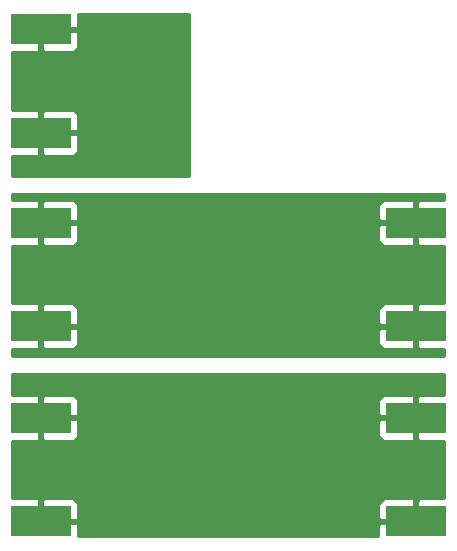
<source format=gbr>
G04 #@! TF.GenerationSoftware,KiCad,Pcbnew,(2017-05-02 revision e4d2924ee)-makepkg*
G04 #@! TF.CreationDate,2017-08-14T20:40:29-05:00*
G04 #@! TF.ProjectId,MiscRf,4D69736352662E6B696361645F706362,rev?*
G04 #@! TF.FileFunction,Copper,L2,Bot,Signal*
G04 #@! TF.FilePolarity,Positive*
%FSLAX46Y46*%
G04 Gerber Fmt 4.6, Leading zero omitted, Abs format (unit mm)*
G04 Created by KiCad (PCBNEW (2017-05-02 revision e4d2924ee)-makepkg) date 08/14/17 20:40:29*
%MOMM*%
%LPD*%
G01*
G04 APERTURE LIST*
%ADD10C,0.100000*%
%ADD11R,5.080000X2.616200*%
%ADD12C,0.800000*%
%ADD13C,0.203200*%
%ADD14C,0.254000*%
G04 APERTURE END LIST*
D10*
D11*
X161290000Y-61595000D03*
X161290000Y-52832000D03*
X161290000Y-69215000D03*
X161290000Y-77978000D03*
X193040000Y-77978000D03*
X193040000Y-69215000D03*
X161290000Y-85725000D03*
X161290000Y-94488000D03*
X193040000Y-94488000D03*
X193040000Y-85725000D03*
D12*
X160020000Y-92075000D03*
X162560000Y-92075000D03*
X165100000Y-92075000D03*
X167005000Y-94615000D03*
X169545000Y-93345000D03*
X172085000Y-92075000D03*
X174625000Y-92075000D03*
X177165000Y-92075000D03*
X179705000Y-92075000D03*
X182245000Y-92075000D03*
X184785000Y-92075000D03*
X188595000Y-92075000D03*
X191135000Y-92075000D03*
X193675000Y-92075000D03*
X193675000Y-88265000D03*
X191135000Y-88265000D03*
X188595000Y-88265000D03*
X187960000Y-85725000D03*
X184785000Y-86995000D03*
X182880000Y-88265000D03*
X180340000Y-88265000D03*
X177165000Y-87630000D03*
X174625000Y-87630000D03*
X172085000Y-88265000D03*
X169545000Y-88265000D03*
X167005000Y-88265000D03*
X164465000Y-88265000D03*
X161925000Y-88265000D03*
X159385000Y-88265000D03*
X173482000Y-58928000D03*
X170942000Y-58928000D03*
X168148000Y-60706000D03*
X165608000Y-59436000D03*
X163068000Y-59436000D03*
X161290000Y-59436000D03*
X173355000Y-55245000D03*
X170815000Y-55245000D03*
X168275000Y-55245000D03*
X165735000Y-55245000D03*
X163195000Y-55245000D03*
X161290000Y-55245000D03*
X165735000Y-75565000D03*
X163195000Y-75565000D03*
X161290000Y-75565000D03*
X194310000Y-71755000D03*
X191770000Y-71755000D03*
X188595000Y-71755000D03*
X194310000Y-75565000D03*
X191770000Y-75565000D03*
X188595000Y-75565000D03*
X186055000Y-75565000D03*
X183515000Y-75565000D03*
X180975000Y-75565000D03*
X183515000Y-71755000D03*
X180975000Y-71755000D03*
X161290000Y-71755000D03*
X163195000Y-71755000D03*
X165735000Y-71755000D03*
X167640000Y-71755000D03*
X169545000Y-71755000D03*
X171450000Y-71755000D03*
X173355000Y-71755000D03*
X169545000Y-76835000D03*
X171450000Y-75565000D03*
X173355000Y-75565000D03*
X175260000Y-72009000D03*
X178943000Y-72136000D03*
X179070000Y-75311000D03*
X175260000Y-75438000D03*
X177800000Y-76073000D03*
X176530000Y-76073000D03*
X177800000Y-71247000D03*
X176530000Y-71247000D03*
D13*
X165100000Y-92075000D02*
X162560000Y-92075000D01*
X169545000Y-93345000D02*
X168275000Y-94615000D01*
X168275000Y-94615000D02*
X167005000Y-94615000D01*
X174625000Y-92075000D02*
X172085000Y-92075000D01*
X179705000Y-92075000D02*
X177165000Y-92075000D01*
X184785000Y-92075000D02*
X182245000Y-92075000D01*
X191135000Y-92075000D02*
X188595000Y-92075000D01*
X193040000Y-94488000D02*
X193040000Y-92976700D01*
X193040000Y-92976700D02*
X193675000Y-92341700D01*
X193675000Y-92341700D02*
X193675000Y-92075000D01*
X188595000Y-88265000D02*
X191135000Y-88265000D01*
X184785000Y-86995000D02*
X186055000Y-85725000D01*
X186055000Y-85725000D02*
X187960000Y-85725000D01*
X180340000Y-88265000D02*
X182880000Y-88265000D01*
X174625000Y-87630000D02*
X177165000Y-87630000D01*
X169545000Y-88265000D02*
X172085000Y-88265000D01*
X164465000Y-88265000D02*
X167005000Y-88265000D01*
X159385000Y-88265000D02*
X161925000Y-88265000D01*
X170942000Y-58928000D02*
X173482000Y-58928000D01*
X165608000Y-59436000D02*
X166878000Y-59436000D01*
X166878000Y-59436000D02*
X168148000Y-60706000D01*
X161290000Y-59436000D02*
X163068000Y-59436000D01*
X170815000Y-55245000D02*
X173355000Y-55245000D01*
X165735000Y-55245000D02*
X168275000Y-55245000D01*
X161290000Y-55245000D02*
X163195000Y-55245000D01*
X163195000Y-75565000D02*
X165735000Y-75565000D01*
X161290000Y-71755000D02*
X161290000Y-75565000D01*
X191770000Y-71755000D02*
X194310000Y-71755000D01*
X188595000Y-75565000D02*
X188595000Y-71755000D01*
X188595000Y-75565000D02*
X191770000Y-75565000D01*
X183515000Y-75565000D02*
X186055000Y-75565000D01*
X179070000Y-75311000D02*
X180721000Y-75311000D01*
X180721000Y-75311000D02*
X180975000Y-75565000D01*
X178943000Y-72136000D02*
X180594000Y-72136000D01*
X180594000Y-72136000D02*
X180975000Y-71755000D01*
X163195000Y-71755000D02*
X161290000Y-71755000D01*
X167640000Y-71755000D02*
X165735000Y-71755000D01*
X171450000Y-71755000D02*
X169545000Y-71755000D01*
X175260000Y-72009000D02*
X173609000Y-72009000D01*
X173609000Y-72009000D02*
X173355000Y-71755000D01*
X173355000Y-75565000D02*
X171450000Y-75565000D01*
D14*
G36*
X173863000Y-65278000D02*
X158877000Y-65278000D01*
X158877000Y-63538100D01*
X161004250Y-63538100D01*
X161163000Y-63379350D01*
X161163000Y-61722000D01*
X161417000Y-61722000D01*
X161417000Y-63379350D01*
X161575750Y-63538100D01*
X163956310Y-63538100D01*
X164189699Y-63441427D01*
X164368327Y-63262798D01*
X164465000Y-63029409D01*
X164465000Y-61880750D01*
X164306250Y-61722000D01*
X161417000Y-61722000D01*
X161163000Y-61722000D01*
X161143000Y-61722000D01*
X161143000Y-61468000D01*
X161163000Y-61468000D01*
X161163000Y-59810650D01*
X161417000Y-59810650D01*
X161417000Y-61468000D01*
X164306250Y-61468000D01*
X164465000Y-61309250D01*
X164465000Y-60160591D01*
X164368327Y-59927202D01*
X164189699Y-59748573D01*
X163956310Y-59651900D01*
X161575750Y-59651900D01*
X161417000Y-59810650D01*
X161163000Y-59810650D01*
X161004250Y-59651900D01*
X158877000Y-59651900D01*
X158877000Y-54775100D01*
X161004250Y-54775100D01*
X161163000Y-54616350D01*
X161163000Y-52959000D01*
X161417000Y-52959000D01*
X161417000Y-54616350D01*
X161575750Y-54775100D01*
X163956310Y-54775100D01*
X164189699Y-54678427D01*
X164368327Y-54499798D01*
X164465000Y-54266409D01*
X164465000Y-53117750D01*
X164306250Y-52959000D01*
X161417000Y-52959000D01*
X161163000Y-52959000D01*
X161143000Y-52959000D01*
X161143000Y-52705000D01*
X161163000Y-52705000D01*
X161163000Y-52685000D01*
X161417000Y-52685000D01*
X161417000Y-52705000D01*
X164306250Y-52705000D01*
X164465000Y-52546250D01*
X164465000Y-51562000D01*
X173863000Y-51562000D01*
X173863000Y-65278000D01*
X173863000Y-65278000D01*
G37*
X173863000Y-65278000D02*
X158877000Y-65278000D01*
X158877000Y-63538100D01*
X161004250Y-63538100D01*
X161163000Y-63379350D01*
X161163000Y-61722000D01*
X161417000Y-61722000D01*
X161417000Y-63379350D01*
X161575750Y-63538100D01*
X163956310Y-63538100D01*
X164189699Y-63441427D01*
X164368327Y-63262798D01*
X164465000Y-63029409D01*
X164465000Y-61880750D01*
X164306250Y-61722000D01*
X161417000Y-61722000D01*
X161163000Y-61722000D01*
X161143000Y-61722000D01*
X161143000Y-61468000D01*
X161163000Y-61468000D01*
X161163000Y-59810650D01*
X161417000Y-59810650D01*
X161417000Y-61468000D01*
X164306250Y-61468000D01*
X164465000Y-61309250D01*
X164465000Y-60160591D01*
X164368327Y-59927202D01*
X164189699Y-59748573D01*
X163956310Y-59651900D01*
X161575750Y-59651900D01*
X161417000Y-59810650D01*
X161163000Y-59810650D01*
X161004250Y-59651900D01*
X158877000Y-59651900D01*
X158877000Y-54775100D01*
X161004250Y-54775100D01*
X161163000Y-54616350D01*
X161163000Y-52959000D01*
X161417000Y-52959000D01*
X161417000Y-54616350D01*
X161575750Y-54775100D01*
X163956310Y-54775100D01*
X164189699Y-54678427D01*
X164368327Y-54499798D01*
X164465000Y-54266409D01*
X164465000Y-53117750D01*
X164306250Y-52959000D01*
X161417000Y-52959000D01*
X161163000Y-52959000D01*
X161143000Y-52959000D01*
X161143000Y-52705000D01*
X161163000Y-52705000D01*
X161163000Y-52685000D01*
X161417000Y-52685000D01*
X161417000Y-52705000D01*
X164306250Y-52705000D01*
X164465000Y-52546250D01*
X164465000Y-51562000D01*
X173863000Y-51562000D01*
X173863000Y-65278000D01*
G36*
X195453000Y-67271900D02*
X193325750Y-67271900D01*
X193167000Y-67430650D01*
X193167000Y-69088000D01*
X193187000Y-69088000D01*
X193187000Y-69342000D01*
X193167000Y-69342000D01*
X193167000Y-70999350D01*
X193325750Y-71158100D01*
X195453000Y-71158100D01*
X195453000Y-76034900D01*
X193325750Y-76034900D01*
X193167000Y-76193650D01*
X193167000Y-77851000D01*
X193187000Y-77851000D01*
X193187000Y-78105000D01*
X193167000Y-78105000D01*
X193167000Y-79762350D01*
X193325750Y-79921100D01*
X195453000Y-79921100D01*
X195453000Y-80518000D01*
X158877000Y-80518000D01*
X158877000Y-79921100D01*
X161004250Y-79921100D01*
X161163000Y-79762350D01*
X161163000Y-78105000D01*
X161417000Y-78105000D01*
X161417000Y-79762350D01*
X161575750Y-79921100D01*
X163956310Y-79921100D01*
X164189699Y-79824427D01*
X164368327Y-79645798D01*
X164465000Y-79412409D01*
X164465000Y-78263750D01*
X189865000Y-78263750D01*
X189865000Y-79412409D01*
X189961673Y-79645798D01*
X190140301Y-79824427D01*
X190373690Y-79921100D01*
X192754250Y-79921100D01*
X192913000Y-79762350D01*
X192913000Y-78105000D01*
X190023750Y-78105000D01*
X189865000Y-78263750D01*
X164465000Y-78263750D01*
X164306250Y-78105000D01*
X161417000Y-78105000D01*
X161163000Y-78105000D01*
X161143000Y-78105000D01*
X161143000Y-77851000D01*
X161163000Y-77851000D01*
X161163000Y-76193650D01*
X161417000Y-76193650D01*
X161417000Y-77851000D01*
X164306250Y-77851000D01*
X164465000Y-77692250D01*
X164465000Y-76543591D01*
X189865000Y-76543591D01*
X189865000Y-77692250D01*
X190023750Y-77851000D01*
X192913000Y-77851000D01*
X192913000Y-76193650D01*
X192754250Y-76034900D01*
X190373690Y-76034900D01*
X190140301Y-76131573D01*
X189961673Y-76310202D01*
X189865000Y-76543591D01*
X164465000Y-76543591D01*
X164368327Y-76310202D01*
X164189699Y-76131573D01*
X163956310Y-76034900D01*
X161575750Y-76034900D01*
X161417000Y-76193650D01*
X161163000Y-76193650D01*
X161004250Y-76034900D01*
X158877000Y-76034900D01*
X158877000Y-71158100D01*
X161004250Y-71158100D01*
X161163000Y-70999350D01*
X161163000Y-69342000D01*
X161417000Y-69342000D01*
X161417000Y-70999350D01*
X161575750Y-71158100D01*
X163956310Y-71158100D01*
X164189699Y-71061427D01*
X164368327Y-70882798D01*
X164465000Y-70649409D01*
X164465000Y-69500750D01*
X189865000Y-69500750D01*
X189865000Y-70649409D01*
X189961673Y-70882798D01*
X190140301Y-71061427D01*
X190373690Y-71158100D01*
X192754250Y-71158100D01*
X192913000Y-70999350D01*
X192913000Y-69342000D01*
X190023750Y-69342000D01*
X189865000Y-69500750D01*
X164465000Y-69500750D01*
X164306250Y-69342000D01*
X161417000Y-69342000D01*
X161163000Y-69342000D01*
X161143000Y-69342000D01*
X161143000Y-69088000D01*
X161163000Y-69088000D01*
X161163000Y-67430650D01*
X161417000Y-67430650D01*
X161417000Y-69088000D01*
X164306250Y-69088000D01*
X164465000Y-68929250D01*
X164465000Y-67780591D01*
X189865000Y-67780591D01*
X189865000Y-68929250D01*
X190023750Y-69088000D01*
X192913000Y-69088000D01*
X192913000Y-67430650D01*
X192754250Y-67271900D01*
X190373690Y-67271900D01*
X190140301Y-67368573D01*
X189961673Y-67547202D01*
X189865000Y-67780591D01*
X164465000Y-67780591D01*
X164368327Y-67547202D01*
X164189699Y-67368573D01*
X163956310Y-67271900D01*
X161575750Y-67271900D01*
X161417000Y-67430650D01*
X161163000Y-67430650D01*
X161004250Y-67271900D01*
X158877000Y-67271900D01*
X158877000Y-66802000D01*
X195453000Y-66802000D01*
X195453000Y-67271900D01*
X195453000Y-67271900D01*
G37*
X195453000Y-67271900D02*
X193325750Y-67271900D01*
X193167000Y-67430650D01*
X193167000Y-69088000D01*
X193187000Y-69088000D01*
X193187000Y-69342000D01*
X193167000Y-69342000D01*
X193167000Y-70999350D01*
X193325750Y-71158100D01*
X195453000Y-71158100D01*
X195453000Y-76034900D01*
X193325750Y-76034900D01*
X193167000Y-76193650D01*
X193167000Y-77851000D01*
X193187000Y-77851000D01*
X193187000Y-78105000D01*
X193167000Y-78105000D01*
X193167000Y-79762350D01*
X193325750Y-79921100D01*
X195453000Y-79921100D01*
X195453000Y-80518000D01*
X158877000Y-80518000D01*
X158877000Y-79921100D01*
X161004250Y-79921100D01*
X161163000Y-79762350D01*
X161163000Y-78105000D01*
X161417000Y-78105000D01*
X161417000Y-79762350D01*
X161575750Y-79921100D01*
X163956310Y-79921100D01*
X164189699Y-79824427D01*
X164368327Y-79645798D01*
X164465000Y-79412409D01*
X164465000Y-78263750D01*
X189865000Y-78263750D01*
X189865000Y-79412409D01*
X189961673Y-79645798D01*
X190140301Y-79824427D01*
X190373690Y-79921100D01*
X192754250Y-79921100D01*
X192913000Y-79762350D01*
X192913000Y-78105000D01*
X190023750Y-78105000D01*
X189865000Y-78263750D01*
X164465000Y-78263750D01*
X164306250Y-78105000D01*
X161417000Y-78105000D01*
X161163000Y-78105000D01*
X161143000Y-78105000D01*
X161143000Y-77851000D01*
X161163000Y-77851000D01*
X161163000Y-76193650D01*
X161417000Y-76193650D01*
X161417000Y-77851000D01*
X164306250Y-77851000D01*
X164465000Y-77692250D01*
X164465000Y-76543591D01*
X189865000Y-76543591D01*
X189865000Y-77692250D01*
X190023750Y-77851000D01*
X192913000Y-77851000D01*
X192913000Y-76193650D01*
X192754250Y-76034900D01*
X190373690Y-76034900D01*
X190140301Y-76131573D01*
X189961673Y-76310202D01*
X189865000Y-76543591D01*
X164465000Y-76543591D01*
X164368327Y-76310202D01*
X164189699Y-76131573D01*
X163956310Y-76034900D01*
X161575750Y-76034900D01*
X161417000Y-76193650D01*
X161163000Y-76193650D01*
X161004250Y-76034900D01*
X158877000Y-76034900D01*
X158877000Y-71158100D01*
X161004250Y-71158100D01*
X161163000Y-70999350D01*
X161163000Y-69342000D01*
X161417000Y-69342000D01*
X161417000Y-70999350D01*
X161575750Y-71158100D01*
X163956310Y-71158100D01*
X164189699Y-71061427D01*
X164368327Y-70882798D01*
X164465000Y-70649409D01*
X164465000Y-69500750D01*
X189865000Y-69500750D01*
X189865000Y-70649409D01*
X189961673Y-70882798D01*
X190140301Y-71061427D01*
X190373690Y-71158100D01*
X192754250Y-71158100D01*
X192913000Y-70999350D01*
X192913000Y-69342000D01*
X190023750Y-69342000D01*
X189865000Y-69500750D01*
X164465000Y-69500750D01*
X164306250Y-69342000D01*
X161417000Y-69342000D01*
X161163000Y-69342000D01*
X161143000Y-69342000D01*
X161143000Y-69088000D01*
X161163000Y-69088000D01*
X161163000Y-67430650D01*
X161417000Y-67430650D01*
X161417000Y-69088000D01*
X164306250Y-69088000D01*
X164465000Y-68929250D01*
X164465000Y-67780591D01*
X189865000Y-67780591D01*
X189865000Y-68929250D01*
X190023750Y-69088000D01*
X192913000Y-69088000D01*
X192913000Y-67430650D01*
X192754250Y-67271900D01*
X190373690Y-67271900D01*
X190140301Y-67368573D01*
X189961673Y-67547202D01*
X189865000Y-67780591D01*
X164465000Y-67780591D01*
X164368327Y-67547202D01*
X164189699Y-67368573D01*
X163956310Y-67271900D01*
X161575750Y-67271900D01*
X161417000Y-67430650D01*
X161163000Y-67430650D01*
X161004250Y-67271900D01*
X158877000Y-67271900D01*
X158877000Y-66802000D01*
X195453000Y-66802000D01*
X195453000Y-67271900D01*
G36*
X195453000Y-83781900D02*
X193325750Y-83781900D01*
X193167000Y-83940650D01*
X193167000Y-85598000D01*
X193187000Y-85598000D01*
X193187000Y-85852000D01*
X193167000Y-85852000D01*
X193167000Y-87509350D01*
X193325750Y-87668100D01*
X195453000Y-87668100D01*
X195453000Y-92544900D01*
X193325750Y-92544900D01*
X193167000Y-92703650D01*
X193167000Y-94361000D01*
X193187000Y-94361000D01*
X193187000Y-94615000D01*
X193167000Y-94615000D01*
X193167000Y-94635000D01*
X192913000Y-94635000D01*
X192913000Y-94615000D01*
X190023750Y-94615000D01*
X189865000Y-94773750D01*
X189865000Y-95758000D01*
X164465000Y-95758000D01*
X164465000Y-94773750D01*
X164306250Y-94615000D01*
X161417000Y-94615000D01*
X161417000Y-94635000D01*
X161163000Y-94635000D01*
X161163000Y-94615000D01*
X161143000Y-94615000D01*
X161143000Y-94361000D01*
X161163000Y-94361000D01*
X161163000Y-92703650D01*
X161417000Y-92703650D01*
X161417000Y-94361000D01*
X164306250Y-94361000D01*
X164465000Y-94202250D01*
X164465000Y-93053591D01*
X189865000Y-93053591D01*
X189865000Y-94202250D01*
X190023750Y-94361000D01*
X192913000Y-94361000D01*
X192913000Y-92703650D01*
X192754250Y-92544900D01*
X190373690Y-92544900D01*
X190140301Y-92641573D01*
X189961673Y-92820202D01*
X189865000Y-93053591D01*
X164465000Y-93053591D01*
X164368327Y-92820202D01*
X164189699Y-92641573D01*
X163956310Y-92544900D01*
X161575750Y-92544900D01*
X161417000Y-92703650D01*
X161163000Y-92703650D01*
X161004250Y-92544900D01*
X158877000Y-92544900D01*
X158877000Y-87668100D01*
X161004250Y-87668100D01*
X161163000Y-87509350D01*
X161163000Y-85852000D01*
X161417000Y-85852000D01*
X161417000Y-87509350D01*
X161575750Y-87668100D01*
X163956310Y-87668100D01*
X164189699Y-87571427D01*
X164368327Y-87392798D01*
X164465000Y-87159409D01*
X164465000Y-86010750D01*
X189865000Y-86010750D01*
X189865000Y-87159409D01*
X189961673Y-87392798D01*
X190140301Y-87571427D01*
X190373690Y-87668100D01*
X192754250Y-87668100D01*
X192913000Y-87509350D01*
X192913000Y-85852000D01*
X190023750Y-85852000D01*
X189865000Y-86010750D01*
X164465000Y-86010750D01*
X164306250Y-85852000D01*
X161417000Y-85852000D01*
X161163000Y-85852000D01*
X161143000Y-85852000D01*
X161143000Y-85598000D01*
X161163000Y-85598000D01*
X161163000Y-83940650D01*
X161417000Y-83940650D01*
X161417000Y-85598000D01*
X164306250Y-85598000D01*
X164465000Y-85439250D01*
X164465000Y-84290591D01*
X189865000Y-84290591D01*
X189865000Y-85439250D01*
X190023750Y-85598000D01*
X192913000Y-85598000D01*
X192913000Y-83940650D01*
X192754250Y-83781900D01*
X190373690Y-83781900D01*
X190140301Y-83878573D01*
X189961673Y-84057202D01*
X189865000Y-84290591D01*
X164465000Y-84290591D01*
X164368327Y-84057202D01*
X164189699Y-83878573D01*
X163956310Y-83781900D01*
X161575750Y-83781900D01*
X161417000Y-83940650D01*
X161163000Y-83940650D01*
X161004250Y-83781900D01*
X158877000Y-83781900D01*
X158877000Y-82042000D01*
X195453000Y-82042000D01*
X195453000Y-83781900D01*
X195453000Y-83781900D01*
G37*
X195453000Y-83781900D02*
X193325750Y-83781900D01*
X193167000Y-83940650D01*
X193167000Y-85598000D01*
X193187000Y-85598000D01*
X193187000Y-85852000D01*
X193167000Y-85852000D01*
X193167000Y-87509350D01*
X193325750Y-87668100D01*
X195453000Y-87668100D01*
X195453000Y-92544900D01*
X193325750Y-92544900D01*
X193167000Y-92703650D01*
X193167000Y-94361000D01*
X193187000Y-94361000D01*
X193187000Y-94615000D01*
X193167000Y-94615000D01*
X193167000Y-94635000D01*
X192913000Y-94635000D01*
X192913000Y-94615000D01*
X190023750Y-94615000D01*
X189865000Y-94773750D01*
X189865000Y-95758000D01*
X164465000Y-95758000D01*
X164465000Y-94773750D01*
X164306250Y-94615000D01*
X161417000Y-94615000D01*
X161417000Y-94635000D01*
X161163000Y-94635000D01*
X161163000Y-94615000D01*
X161143000Y-94615000D01*
X161143000Y-94361000D01*
X161163000Y-94361000D01*
X161163000Y-92703650D01*
X161417000Y-92703650D01*
X161417000Y-94361000D01*
X164306250Y-94361000D01*
X164465000Y-94202250D01*
X164465000Y-93053591D01*
X189865000Y-93053591D01*
X189865000Y-94202250D01*
X190023750Y-94361000D01*
X192913000Y-94361000D01*
X192913000Y-92703650D01*
X192754250Y-92544900D01*
X190373690Y-92544900D01*
X190140301Y-92641573D01*
X189961673Y-92820202D01*
X189865000Y-93053591D01*
X164465000Y-93053591D01*
X164368327Y-92820202D01*
X164189699Y-92641573D01*
X163956310Y-92544900D01*
X161575750Y-92544900D01*
X161417000Y-92703650D01*
X161163000Y-92703650D01*
X161004250Y-92544900D01*
X158877000Y-92544900D01*
X158877000Y-87668100D01*
X161004250Y-87668100D01*
X161163000Y-87509350D01*
X161163000Y-85852000D01*
X161417000Y-85852000D01*
X161417000Y-87509350D01*
X161575750Y-87668100D01*
X163956310Y-87668100D01*
X164189699Y-87571427D01*
X164368327Y-87392798D01*
X164465000Y-87159409D01*
X164465000Y-86010750D01*
X189865000Y-86010750D01*
X189865000Y-87159409D01*
X189961673Y-87392798D01*
X190140301Y-87571427D01*
X190373690Y-87668100D01*
X192754250Y-87668100D01*
X192913000Y-87509350D01*
X192913000Y-85852000D01*
X190023750Y-85852000D01*
X189865000Y-86010750D01*
X164465000Y-86010750D01*
X164306250Y-85852000D01*
X161417000Y-85852000D01*
X161163000Y-85852000D01*
X161143000Y-85852000D01*
X161143000Y-85598000D01*
X161163000Y-85598000D01*
X161163000Y-83940650D01*
X161417000Y-83940650D01*
X161417000Y-85598000D01*
X164306250Y-85598000D01*
X164465000Y-85439250D01*
X164465000Y-84290591D01*
X189865000Y-84290591D01*
X189865000Y-85439250D01*
X190023750Y-85598000D01*
X192913000Y-85598000D01*
X192913000Y-83940650D01*
X192754250Y-83781900D01*
X190373690Y-83781900D01*
X190140301Y-83878573D01*
X189961673Y-84057202D01*
X189865000Y-84290591D01*
X164465000Y-84290591D01*
X164368327Y-84057202D01*
X164189699Y-83878573D01*
X163956310Y-83781900D01*
X161575750Y-83781900D01*
X161417000Y-83940650D01*
X161163000Y-83940650D01*
X161004250Y-83781900D01*
X158877000Y-83781900D01*
X158877000Y-82042000D01*
X195453000Y-82042000D01*
X195453000Y-83781900D01*
M02*

</source>
